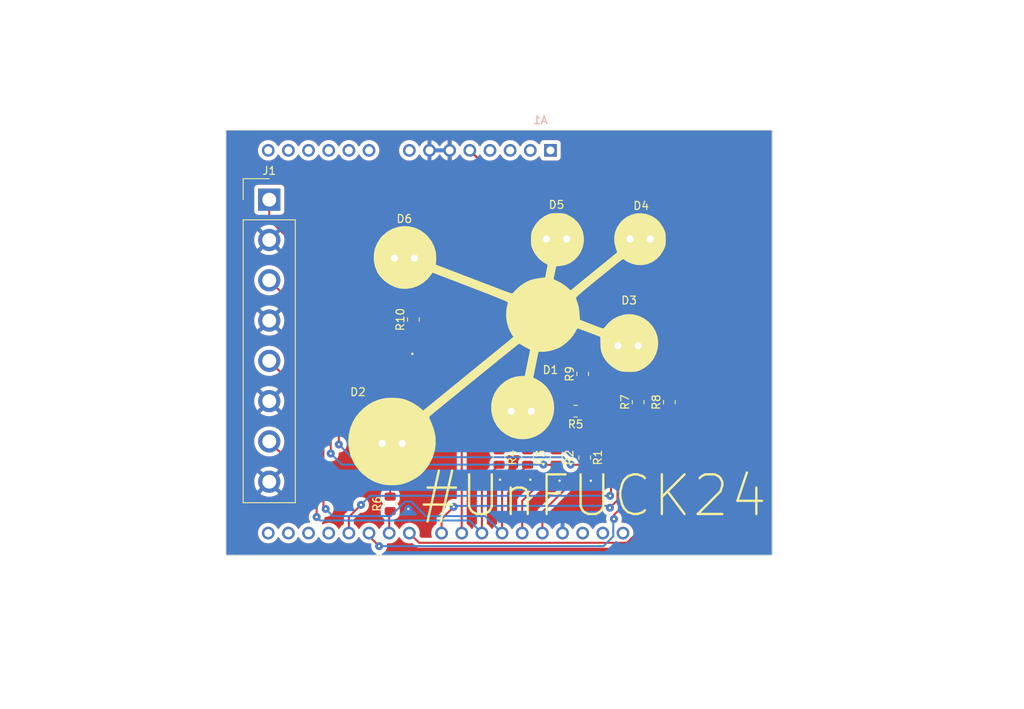
<source format=kicad_pcb>
(kicad_pcb (version 20221018) (generator pcbnew)
  (layers (0 "F.Cu" signal) (31 "B.Cu" signal) (34 "B.Paste" user) (35 "F.Paste" user) (36 "B.SilkS" user "B.Silkscreen") (37 "F.SilkS" user "F.Silkscreen") (38 "B.Mask" user) (39 "F.Mask" user) (44 "Edge.Cuts" user))
  (net 0 "")
  (net 5 "+5V")
  (net 6 "GND")
  (net 18 "LED_A")
  (net 19 "LED_B")
  (net 20 "LED_C")
  (net 21 "LED_D")
  (net 22 "LED_E")
  (net 23 "LED_F")
  (net 24 "A")
  (net 25 "B")
  (net 26 "C")
  (net 27 "D")
  (net 31 "Net-(D1-A)")
  (net 32 "Net-(D2-A)")
  (net 33 "Net-(D3-A)")
  (net 34 "Net-(D4-A)")
  (net 35 "Net-(D5-A)")
  (net 36 "Net-(D6-A)")
  (footprint "Resistor_SMD:R_0805_2012Metric" (layer "F.Cu") (at 100.711 100.584 90)
    (fp_text reference "R9" (at 0 -1.65 90) (layer "F.SilkS"))
    (fp_text value "400" hide)
    (fp_line (start -0.227064 -0.735) (end 0.227064 -0.735) (stroke (width 0.12)) (layer "F.SilkS"))
    (fp_line (start -0.227064 0.735) (end 0.227064 0.735) (stroke (width 0.12)) (layer "F.SilkS"))
    (pad "1" smd roundrect (at -0.9125 0 90) (size 1.025 1.4) (layers "F.Cu" "F.Paste" "F.Mask") (roundrect_rratio 0.243902439) (net 22 "LED_E"))
    (pad "2" smd roundrect (at 0.9125 0 90) (size 1.025 1.4) (layers "F.Cu" "F.Paste" "F.Mask") (roundrect_rratio 0.243902439) (net 35 "Net-(D5-A)"))
  )
  (footprint "LED_THT:LED_D3.0mm" (layer "F.Cu") (at 106.68 83.566)
    (fp_text reference "D4" (at 1.397 -4.191) (layer "F.SilkS"))
    (fp_text value "LED_blue" hide)
    (fp_line (start -0.29 -1.236) (end -0.29 -1.08) (stroke (width 0.12)) (layer "F.SilkS"))
    (fp_line (start -0.29 1.08) (end -0.29 1.236) (stroke (width 0.12)) (layer "F.SilkS"))
    (fp_arc (start -0.29 -1.235516) (mid 1.366487 -1.987659) (end 2.942335 -1.078608) (stroke (width 0.12)) (layer "F.SilkS"))
    (fp_arc (start 0.229039 -1.08) (mid 1.270117 -1.5) (end 2.31113 -1.079837) (stroke (width 0.12)) (layer "F.SilkS"))
    (fp_arc (start 2.31113 1.079837) (mid 1.270117 1.5) (end 0.229039 1.08) (stroke (width 0.12)) (layer "F.SilkS"))
    (fp_arc (start 2.942335 1.078608) (mid 1.366487 1.987659) (end -0.29 1.235516) (stroke (width 0.12)) (layer "F.SilkS"))
    (pad "1" thru_hole rect (at 0 0) (size 1.8 1.8) (drill 0.9) (layers "*.Cu" "*.Mask") (net 6 "GND"))
    (pad "2" thru_hole circle (at 2.54 0) (size 1.8 1.8) (drill 0.9) (layers "*.Cu" "*.Mask") (net 34 "Net-(D4-A)"))
  )
  (footprint "unfuck:Untitled" (layer "F.Cu") (at 91.186 97.409)
    (fp_text reference "G***" hide)
    (fp_text value "LOGO" hide)
    (fp_poly (pts (xy 6.722236 -17.103174) (xy 7.004046 -17.085777) (xy 7.225128 -17.045607) (xy 7.435213 -16.973519) (xy 7.684033 -16.86037) (xy 7.692114 -16.856487) (xy 8.347165 -16.461095) (xy 8.87967 -15.969339) (xy 9.282794 -15.392727) (xy 9.549704 -14.742768) (xy 9.673567 -14.030971) (xy 9.672818 -13.520708) (xy 9.553091 -12.845575) (xy 9.300769 -12.217082) (xy 8.933815 -11.654017) (xy 8.470189 -11.175167) (xy 7.927853 -10.799319) (xy 7.324768 -10.54526) (xy 6.72231 -10.434548) (xy 6.193199 -10.396552) (xy 6.020241 -9.592826) (xy 5.950294 -9.257491) (xy 5.898184 -8.98753) (xy 5.870128 -8.816471) (xy 5.868278 -8.773396) (xy 5.945161 -8.734074) (xy 6.131566 -8.643071) (xy 6.392293 -8.51752) (xy 6.490221 -8.470673) (xy 6.853856 -8.271201) (xy 7.231616 -8.023119) (xy 7.542255 -7.779819) (xy 7.544589 -7.777733) (xy 7.998011 -7.37181) (xy 10.909889 -9.746488) (xy 11.499113 -10.227025) (xy 12.049575 -10.675979) (xy 12.548978 -11.083321) (xy 12.985027 -11.439019) (xy 13.345425 -11.733042) (xy 13.617876 -11.955361) (xy 13.790085 -12.095944) (xy 13.849624 -12.144644) (xy 13.838522 -12.225574) (xy 13.781754 -12.41275) (xy 13.705012 -12.629088) (xy 13.519276 -13.339585) (xy 13.488485 -14.045345) (xy 13.608674 -14.728841) (xy 13.875875 -15.372544) (xy 14.286123 -15.958925) (xy 14.512014 -16.195296) (xy 15.069804 -16.626161) (xy 15.677721 -16.91673) (xy 16.315594 -17.070717) (xy 16.963251 -17.091836) (xy 17.600521 -16.983803) (xy 18.207234 -16.75033) (xy 18.763216 -16.395133) (xy 19.248298 -15.921926) (xy 19.642308 -15.334422) (xy 19.689737 -15.241881) (xy 19.828267 -14.952554) (xy 19.916285 -14.726949) (xy 19.965208 -14.511337) (xy 19.986452 -14.251992) (xy 19.991432 -13.895187) (xy 19.991483 -13.821767) (xy 19.988117 -13.443286) (xy 19.970408 -13.171304) (xy 19.92694 -12.952094) (xy 19.846297 -12.731929) (xy 19.717064 -12.457081) (xy 19.689737 -12.401653) (xy 19.308309 -11.794374) (xy 18.826898 -11.293936) (xy 18.265395 -10.910841) (xy 17.643691 -10.65559) (xy 16.981676 -10.538684) (xy 16.299243 -10.570624) (xy 16.240396 -10.580636) (xy 15.832532 -10.684608) (xy 15.415047 -10.841685) (xy 15.045691 -11.02702) (xy 14.797837 -11.201305) (xy 14.673554 -11.286264) (xy 14.551774 -11.266991) (xy 14.458539 -11.215008) (xy 14.357543 -11.141099) (xy 14.14597 -10.976609) (xy 13.837335 -10.732358) (xy 13.445153 -10.419166) (xy 12.982938 -10.047852) (xy 12.464206 -9.629237) (xy 11.902472 -9.174138) (xy 11.459237 -8.81388) (xy 10.773415 -8.254259) (xy 10.203833 -7.785977) (xy 9.741163 -7.400807) (xy 9.376076 -7.090521) (xy 9.099244 -6.846891) (xy 8.901341 -6.661689) (xy 8.773037 -6.526688) (xy 8.705005 -6.43366) (xy 8.687917 -6.374376) (xy 8.688641 -6.370032) (xy 8.73402 -6.211489) (xy 8.816264 -5.962283) (xy 8.898625 -5.729022) (xy 9.018216 -5.285892) (xy 9.100658 -4.732395) (xy 9.123977 -4.451137) (xy 9.174448 -3.654008) (xy 10.656783 -3.079156) (xy 11.161956 -2.883728) (xy 11.538651 -2.740969) (xy 11.807796 -2.64559) (xy 11.990316 -2.592303) (xy 12.10714 -2.575821) (xy 12.179194 -2.590855) (xy 12.227405 -2.632117) (xy 12.258605 -2.674391) (xy 12.754059 -3.256713) (xy 13.334154 -3.727894) (xy 13.976882 -4.078013) (xy 14.660238 -4.297146) (xy 15.362213 -4.375372) (xy 15.927955 -4.328872) (xy 16.651988 -4.128382) (xy 17.303966 -3.801141) (xy 17.871289 -3.364314) (xy 18.341356 -2.835066) (xy 18.701567 -2.230564) (xy 18.939323 -1.567972) (xy 19.042023 -0.864456) (xy 18.998495 -0.145754) (xy 18.797296 0.601246) (xy 18.458246 1.276225) (xy 17.99274 1.863976) (xy 17.412173 2.349291) (xy 16.916183 2.633055) (xy 16.645238 2.759078) (xy 16.431201 2.842217) (xy 16.227449 2.891284) (xy 15.987356 2.915088) (xy 15.664296 2.922443) (xy 15.384227 2.922569) (xy 14.941696 2.915948) (xy 14.614148 2.89441) (xy 14.356568 2.852027) (xy 14.12394 2.782871) (xy 14.018689 2.742753) (xy 13.571272 2.510404) (xy 13.108578 2.180732) (xy 12.687588 1.799448) (xy 12.371496 1.421375) (xy 12.074177 0.926135) (xy 11.881032 0.439288) (xy 11.776134 -0.092725) (xy 11.743708 -0.690071) (xy 11.738486 -1.500331) (xy 10.336278 -2.034199) (xy 9.892323 -2.202077) (xy 9.500413 -2.348086) (xy 9.184877 -2.463343) (xy 8.970042 -2.538962) (xy 8.880236 -2.566057) (xy 8.880064 -2.566053) (xy 8.819534 -2.498817) (xy 8.714752 -2.325302) (xy 8.599623 -2.10525) (xy 8.322521 -1.66048) (xy 7.936157 -1.19905) (xy 7.481298 -0.760622) (xy 6.99871 -0.384854) (xy 6.570347 -0.13105) (xy 6.015053 0.097624) (xy 5.421854 0.269151) (xy 4.84698 0.370254) (xy 4.368285 0.388937) (xy 3.966246 0.367339) (xy 3.629562 2.003715) (xy 3.529971 2.491466) (xy 3.443615 2.921561) (xy 3.375001 3.270952) (xy 3.328634 3.516591) (xy 3.309022 3.635428) (xy 3.309057 3.642915) (xy 3.383176 3.677251) (xy 3.559914 3.763799) (xy 3.765931 3.866304) (xy 4.414748 4.275445) (xy 4.955885 4.788117) (xy 5.384021 5.384548) (xy 5.693836 6.04497) (xy 5.880011 6.749612) (xy 5.937226 7.478704) (xy 5.860162 8.212475) (xy 5.643498 8.931157) (xy 5.303774 9.581525) (xy 4.822748 10.186776) (xy 4.246428 10.678859) (xy 3.595993 11.05107) (xy 2.89262 11.296705) (xy 2.15749 11.409057) (xy 1.411779 11.381424) (xy 0.676667 11.207101) (xy 0.446804 11.119105) (xy -0.242466 10.749564) (xy -0.824905 10.277175) (xy -1.296831 9.720236) (xy -1.654561 9.097047) (xy -1.894411 8.425907) (xy -2.012701 7.725115) (xy -2.005747 7.012969) (xy -1.869866 6.307769) (xy -1.601375 5.627813) (xy -1.196594 4.991401) (xy -0.862422 4.613514) (xy -0.249088 4.098639) (xy 0.413445 3.72682) (xy 1.112285 3.503954) (xy 1.711061 3.436314) (xy 2.220316 3.425271) (xy 2.553315 1.812793) (xy 2.653565 1.324403) (xy 2.74164 0.889679) (xy 2.81271 0.532929) (xy 2.861945 0.278458) (xy 2.884517 0.150574) (xy 2.885429 0.141296) (xy 2.818306 0.075779) (xy 2.652671 -0.013526) (xy 2.597923 -0.037481) (xy 2.359005 -0.155382) (xy 2.07748 -0.318896) (xy 1.946255 -0.403606) (xy 1.726904 -0.533958) (xy 1.551381 -0.606926) (xy 1.482567 -0.612123) (xy 1.410006 -0.558203) (xy 1.224105 -0.411727) (xy 0.93567 -0.181476) (xy 0.555507 0.123771) (xy 0.09442 0.495235) (xy -0.436785 0.924134) (xy -1.027302 1.40169) (xy -1.666325 1.919123) (xy -2.343051 2.467653) (xy -3.046672 3.0385) (xy -3.766384 3.622884) (xy -4.49138 4.212026) (xy -5.210857 4.797145) (xy -5.914007 5.369463) (xy -6.590026 5.920198) (xy -7.228109 6.440572) (xy -7.817449 6.921805) (xy -8.347241 7.355116) (xy -8.806681 7.731726) (xy -9.184961 8.042856) (xy -9.471278 8.279725) (xy -9.654826 8.433554) (xy -9.718578 8.489181) (xy -9.781944 8.560496) (xy -9.804048 8.64241) (xy -9.77772 8.767865) (xy -9.695793 8.969804) (xy -9.551097 9.28117) (xy -9.542115 9.300141) (xy -9.202039 10.195237) (xy -9.019297 11.102957) (xy -8.992828 12.011586) (xy -9.121572 12.909411) (xy -9.40447 13.784719) (xy -9.84046 14.625796) (xy -10.052868 14.943557) (xy -10.311105 15.270444) (xy -10.621522 15.61438) (xy -10.875687 15.862575) (xy -11.31128 16.194572) (xy -11.848439 16.51676) (xy -12.429636 16.800094) (xy -12.997341 17.015527) (xy -13.341009 17.107313) (xy -13.991247 17.197324) (xy -14.684813 17.215082) (xy -15.354508 17.16162) (xy -15.824921 17.069067) (xy -16.334765 16.919356) (xy -16.753267 16.757729) (xy -17.148286 16.553957) (xy -17.560036 16.296176) (xy -18.285785 15.723992) (xy -18.891064 15.057695) (xy -19.371694 14.313434) (xy -19.723495 13.507355) (xy -19.942289 12.655606) (xy -20.023896 11.774333) (xy -19.964137 10.879685) (xy -19.758834 9.987808) (xy -19.41358 9.134385) (xy -19.068229 8.571279) (xy -18.606924 8.008888) (xy -18.069317 7.486226) (xy -17.495063 7.042309) (xy -16.985094 6.744971) (xy -16.369312 6.476738) (xy -15.801096 6.301311) (xy -15.222369 6.206826) (xy -14.575054 6.181416) (xy -14.26246 6.188724) (xy -13.773935 6.216083) (xy -13.389892 6.26206) (xy -13.054858 6.33557) (xy -12.753315 6.431245) (xy -11.948723 6.784498) (xy -11.224154 7.24002) (xy -10.929926 7.47703) (xy -10.580168 7.782767) (xy -5.149863 3.356274) (xy -4.333448 2.690655) (xy -3.548595 2.050535) (xy -2.804755 1.443633) (xy -2.111376 0.87767) (xy -1.477908 0.360367) (xy -0.913801 -0.100555) (xy -0.428505 -0.497376) (xy -0.031468 -0.822375) (xy 0.267859 -1.067832) (xy 0.460027 -1.226026) (xy 0.530551 -1.284816) (xy 0.78066 -1.499413) (xy 0.522861 -1.908281) (xy 0.191404 -2.571085) (xy -0.029979 -3.311522) (xy -0.133133 -4.083639) (xy -0.109906 -4.841483) (xy -0.055509 -5.168139) (xy 0.008102 -5.461574) (xy 0.060921 -5.700078) (xy 0.091896 -5.833782) (xy 0.092547 -5.836333) (xy 0.041357 -5.882532) (xy -0.128299 -5.970583) (xy -0.420581 -6.102187) (xy -0.839651 -6.279044) (xy -1.389668 -6.502854) (xy -2.074794 -6.775318) (xy -2.899188 -7.098136) (xy -3.867012 -7.473007) (xy -4.640803 -7.770657) (xy -9.401796 -9.59767) (xy -9.59656 -9.305933) (xy -10.070705 -8.730598) (xy -10.645412 -8.256244) (xy -11.295286 -7.893677) (xy -11.99493 -7.653705) (xy -12.718946 -7.547133) (xy -13.441938 -7.584768) (xy -13.582036 -7.610114) (xy -14.240794 -7.813516) (xy -14.879554 -8.139614) (xy -15.464608 -8.563495) (xy -15.962244 -9.060245) (xy -16.338752 -9.604952) (xy -16.37522 -9.674381) (xy -16.664763 -10.412626) (xy -16.804496 -11.171699) (xy -16.797351 -11.931497) (xy -16.646257 -12.671917) (xy -16.354144 -13.372856) (xy -15.923943 -14.01421) (xy -15.70741 -14.256218) (xy -15.10769 -14.767025) (xy -14.447452 -15.139433) (xy -13.745852 -15.373589) (xy -13.022047 -15.469638) (xy -12.295193 -15.427728) (xy -11.584445 -15.248003) (xy -10.90896 -14.93061) (xy -10.287893 -14.475695) (xy -10.018767 -14.212847) (xy -9.527258 -13.579243) (xy -9.175796 -12.886132) (xy -8.970448 -12.15071) (xy -8.917279 -11.390171) (xy -8.934036 -11.137866) (xy -8.987047 -10.610005) (xy -5.8757 -9.419272) (xy -5.125643 -9.132133) (xy -4.352783 -8.836106) (xy -3.585675 -8.54214) (xy -2.85287 -8.26118) (xy -2.182922 -8.004175) (xy -1.604383 -7.782072) (xy -1.145806 -7.605818) (xy -1.130055 -7.599759) (xy -0.646971 -7.415522) (xy -0.211692 -7.252602) (xy 0.152716 -7.119381) (xy 0.423189 -7.02424) (xy 0.576662 -6.975562) (xy 0.600147 -6.970978) (xy 0.69842 -7.028251) (xy 0.858925 -7.177456) (xy 1.023394 -7.359189) (xy 1.391653 -7.725399) (xy 1.858329 -8.086666) (xy 2.36541 -8.403264) (xy 2.854882 -8.635469) (xy 2.924606 -8.661058) (xy 3.243206 -8.753253) (xy 3.642509 -8.841878) (xy 4.04355 -8.909719) (xy 4.098518 -8.91698) (xy 4.791674 -9.00451) (xy 4.924435 -9.690425) (xy 4.988408 -10.01574) (xy 5.04395 -10.288829) (xy 5.081939 -10.465163) (xy 5.0896 -10.49653) (xy 5.041206 -10.614355) (xy 4.844459 -10.744407) (xy 4.802937 -10.764303) (xy 4.348561 -11.04622) (xy 3.912148 -11.449212) (xy 3.530287 -11.935189) (xy 3.305941 -12.322613) (xy 3.17059 -12.604516) (xy 3.083366 -12.82486) (xy 3.033718 -13.034613) (xy 3.011095 -13.284741) (xy 3.004945 -13.62621) (xy 3.004732 -13.777548) (xy 3.008411 -14.17039) (xy 3.025651 -14.453273) (xy 3.065755 -14.676431) (xy 3.138027 -14.890102) (xy 3.251769 -15.144521) (xy 3.261826 -15.16579) (xy 3.632918 -15.771207) (xy 4.125359 -16.301508) (xy 4.705777 -16.723322) (xy 4.945883 -16.849847) (xy 5.205956 -16.96724) (xy 5.421528 -17.04226) (xy 5.643128 -17.084291) (xy 5.921286 -17.102721) (xy 6.306532 -17.106935) (xy 6.329969 -17.10694)) (fill solid) (layer "F.SilkS"))
  )
  (footprint "Connector_Samtec_HPM_THT:Samtec_HPM-08-01-x-S_Straight_1x08_Pitch5.08mm" (layer "F.Cu") (at 61.214 78.613)
    (fp_text reference "J1" (at 0 -3.65) (layer "F.SilkS"))
    (fp_text value "Conn_Buzzer" hide)
    (fp_line (start -3.285 -2.65) (end 0 -2.65) (stroke (width 0.12)) (layer "F.SilkS"))
    (fp_line (start -3.285 0) (end -3.285 -2.65) (stroke (width 0.12)) (layer "F.SilkS"))
    (fp_line (start -3.285 2.54) (end -3.285 38.21) (stroke (width 0.12)) (layer "F.SilkS"))
    (fp_line (start -3.285 2.54) (end 3.285 2.54) (stroke (width 0.12)) (layer "F.SilkS"))
    (fp_line (start -3.285 38.21) (end 3.285 38.21) (stroke (width 0.12)) (layer "F.SilkS"))
    (fp_line (start 3.285 2.54) (end 3.285 38.21) (stroke (width 0.12)) (layer "F.SilkS"))
    (pad "1" thru_hole rect (at 0 0) (size 2.8 2.8) (drill 1.75) (layers "*.Cu" "*.Mask") (net 27 "D"))
    (pad "2" thru_hole circle (at 0 5.08) (size 2.8 2.8) (drill 1.75) (layers "*.Cu" "*.Mask") (net 6 "GND"))
    (pad "3" thru_hole circle (at 0 10.16) (size 2.8 2.8) (drill 1.75) (layers "*.Cu" "*.Mask") (net 26 "C"))
    (pad "4" thru_hole circle (at 0 15.24) (size 2.8 2.8) (drill 1.75) (layers "*.Cu" "*.Mask") (net 6 "GND"))
    (pad "5" thru_hole circle (at 0 20.32) (size 2.8 2.8) (drill 1.75) (layers "*.Cu" "*.Mask") (net 25 "B"))
    (pad "6" thru_hole circle (at 0 25.4) (size 2.8 2.8) (drill 1.75) (layers "*.Cu" "*.Mask") (net 6 "GND"))
    (pad "7" thru_hole circle (at 0 30.48) (size 2.8 2.8) (drill 1.75) (layers "*.Cu" "*.Mask") (net 24 "A"))
    (pad "8" thru_hole circle (at 0 35.56) (size 2.8 2.8) (drill 1.75) (layers "*.Cu" "*.Mask") (net 6 "GND"))
  )
  (footprint "LED_THT:LED_D3.0mm" (layer "F.Cu") (at 96.139 83.566)
    (fp_text reference "D5" (at 1.27 -4.318) (layer "F.SilkS"))
    (fp_text value "LED_white" hide)
    (fp_line (start -0.29 -1.236) (end -0.29 -1.08) (stroke (width 0.12)) (layer "F.SilkS"))
    (fp_line (start -0.29 1.08) (end -0.29 1.236) (stroke (width 0.12)) (layer "F.SilkS"))
    (fp_arc (start -0.29 -1.235516) (mid 1.366487 -1.987659) (end 2.942335 -1.078608) (stroke (width 0.12)) (layer "F.SilkS"))
    (fp_arc (start 0.229039 -1.08) (mid 1.270117 -1.5) (end 2.31113 -1.079837) (stroke (width 0.12)) (layer "F.SilkS"))
    (fp_arc (start 2.31113 1.079837) (mid 1.270117 1.5) (end 0.229039 1.08) (stroke (width 0.12)) (layer "F.SilkS"))
    (fp_arc (start 2.942335 1.078608) (mid 1.366487 1.987659) (end -0.29 1.235516) (stroke (width 0.12)) (layer "F.SilkS"))
    (pad "1" thru_hole rect (at 0 0) (size 1.8 1.8) (drill 0.9) (layers "*.Cu" "*.Mask") (net 6 "GND"))
    (pad "2" thru_hole circle (at 2.54 0) (size 1.8 1.8) (drill 0.9) (layers "*.Cu" "*.Mask") (net 35 "Net-(D5-A)"))
  )
  (footprint "Resistor_SMD:R_0805_2012Metric" (layer "F.Cu") (at 97.366666 111.125 -90)
    (fp_text reference "R2" (at 0 -1.65 90) (layer "F.SilkS"))
    (fp_text value "10k" hide)
    (fp_line (start -0.227064 -0.735) (end 0.227064 -0.735) (stroke (width 0.12)) (layer "F.SilkS"))
    (fp_line (start -0.227064 0.735) (end 0.227064 0.735) (stroke (width 0.12)) (layer "F.SilkS"))
    (pad "1" smd roundrect (at -0.9125 0 270) (size 1.025 1.4) (layers "F.Cu" "F.Paste" "F.Mask") (roundrect_rratio 0.243902439) (net 5 "+5V"))
    (pad "2" smd roundrect (at 0.9125 0 270) (size 1.025 1.4) (layers "F.Cu" "F.Paste" "F.Mask") (roundrect_rratio 0.243902439) (net 26 "C"))
  )
  (footprint "Resistor_SMD:R_0805_2012Metric" (layer "F.Cu") (at 107.696 104.14 90)
    (fp_text reference "R7" (at 0 -1.65 90) (layer "F.SilkS"))
    (fp_text value "400" hide)
    (fp_line (start -0.227064 -0.735) (end 0.227064 -0.735) (stroke (width 0.12)) (layer "F.SilkS"))
    (fp_line (start -0.227064 0.735) (end 0.227064 0.735) (stroke (width 0.12)) (layer "F.SilkS"))
    (pad "1" smd roundrect (at -0.9125 0 90) (size 1.025 1.4) (layers "F.Cu" "F.Paste" "F.Mask") (roundrect_rratio 0.243902439) (net 19 "LED_B"))
    (pad "2" smd roundrect (at 0.9125 0 90) (size 1.025 1.4) (layers "F.Cu" "F.Paste" "F.Mask") (roundrect_rratio 0.243902439) (net 33 "Net-(D3-A)"))
  )
  (footprint "Resistor_SMD:R_0805_2012Metric" (layer "F.Cu") (at 100.965 111.125 -90)
    (fp_text reference "R1" (at 0 -1.65 90) (layer "F.SilkS"))
    (fp_text value "10k" hide)
    (fp_line (start -0.227064 -0.735) (end 0.227064 -0.735) (stroke (width 0.12)) (layer "F.SilkS"))
    (fp_line (start -0.227064 0.735) (end 0.227064 0.735) (stroke (width 0.12)) (layer "F.SilkS"))
    (pad "1" smd roundrect (at -0.9125 0 270) (size 1.025 1.4) (layers "F.Cu" "F.Paste" "F.Mask") (roundrect_rratio 0.243902439) (net 5 "+5V"))
    (pad "2" smd roundrect (at 0.9125 0 270) (size 1.025 1.4) (layers "F.Cu" "F.Paste" "F.Mask") (roundrect_rratio 0.243902439) (net 27 "D"))
  )
  (footprint "LED_THT:LED_D3.0mm" (layer "F.Cu") (at 91.694 105.283)
    (fp_text reference "D1" (at 4.953 -5.207) (layer "F.SilkS"))
    (fp_text value "LED_red" hide)
    (fp_line (start -0.29 -1.236) (end -0.29 -1.08) (stroke (width 0.12)) (layer "F.SilkS"))
    (fp_line (start -0.29 1.08) (end -0.29 1.236) (stroke (width 0.12)) (layer "F.SilkS"))
    (fp_arc (start -0.29 -1.235516) (mid 1.366487 -1.987659) (end 2.942335 -1.078608) (stroke (width 0.12)) (layer "F.SilkS"))
    (fp_arc (start 0.229039 -1.08) (mid 1.270117 -1.5) (end 2.31113 -1.079837) (stroke (width 0.12)) (layer "F.SilkS"))
    (fp_arc (start 2.31113 1.079837) (mid 1.270117 1.5) (end 0.229039 1.08) (stroke (width 0.12)) (layer "F.SilkS"))
    (fp_arc (start 2.942335 1.078608) (mid 1.366487 1.987659) (end -0.29 1.235516) (stroke (width 0.12)) (layer "F.SilkS"))
    (pad "1" thru_hole rect (at 0 0) (size 1.8 1.8) (drill 0.9) (layers "*.Cu" "*.Mask") (net 6 "GND"))
    (pad "2" thru_hole circle (at 2.54 0) (size 1.8 1.8) (drill 0.9) (layers "*.Cu" "*.Mask") (net 31 "Net-(D1-A)"))
  )
  (footprint "Resistor_SMD:R_0805_2012Metric" (layer "F.Cu") (at 76.454 116.967 90)
    (fp_text reference "R6" (at 0 -1.65 90) (layer "F.SilkS"))
    (fp_text value "400" hide)
    (fp_line (start -0.227064 -0.735) (end 0.227064 -0.735) (stroke (width 0.12)) (layer "F.SilkS"))
    (fp_line (start -0.227064 0.735) (end 0.227064 0.735) (stroke (width 0.12)) (layer "F.SilkS"))
    (pad "1" smd roundrect (at -0.9125 0 90) (size 1.025 1.4) (layers "F.Cu" "F.Paste" "F.Mask") (roundrect_rratio 0.243902439) (net 20 "LED_C"))
    (pad "2" smd roundrect (at 0.9125 0 90) (size 1.025 1.4) (layers "F.Cu" "F.Paste" "F.Mask") (roundrect_rratio 0.243902439) (net 32 "Net-(D2-A)"))
  )
  (footprint "Resistor_SMD:R_0805_2012Metric" (layer "F.Cu") (at 79.375 93.726 90)
    (fp_text reference "R10" (at 0 -1.65 90) (layer "F.SilkS"))
    (fp_text value "400" hide)
    (fp_line (start -0.227064 -0.735) (end 0.227064 -0.735) (stroke (width 0.12)) (layer "F.SilkS"))
    (fp_line (start -0.227064 0.735) (end 0.227064 0.735) (stroke (width 0.12)) (layer "F.SilkS"))
    (pad "1" smd roundrect (at -0.9125 0 90) (size 1.025 1.4) (layers "F.Cu" "F.Paste" "F.Mask") (roundrect_rratio 0.243902439) (net 23 "LED_F"))
    (pad "2" smd roundrect (at 0.9125 0 90) (size 1.025 1.4) (layers "F.Cu" "F.Paste" "F.Mask") (roundrect_rratio 0.243902439) (net 36 "Net-(D6-A)"))
  )
  (footprint "Resistor_SMD:R_0805_2012Metric" (layer "F.Cu") (at 99.822 105.283 180)
    (fp_text reference "R5" (at 0 -1.65) (layer "F.SilkS"))
    (fp_text value "300" hide)
    (fp_line (start -0.227064 -0.735) (end 0.227064 -0.735) (stroke (width 0.12)) (layer "F.SilkS"))
    (fp_line (start -0.227064 0.735) (end 0.227064 0.735) (stroke (width 0.12)) (layer "F.SilkS"))
    (pad "1" smd roundrect (at -0.9125 0 180) (size 1.025 1.4) (layers "F.Cu" "F.Paste" "F.Mask") (roundrect_rratio 0.243902439) (net 18 "LED_A"))
    (pad "2" smd roundrect (at 0.9125 0 180) (size 1.025 1.4) (layers "F.Cu" "F.Paste" "F.Mask") (roundrect_rratio 0.243902439) (net 31 "Net-(D1-A)"))
  )
  (footprint "LED_THT:LED_D3.0mm" (layer "F.Cu") (at 75.438 109.347)
    (fp_text reference "D2" (at -3.048 -6.477) (layer "F.SilkS"))
    (fp_text value "LED_green" hide)
    (fp_line (start -0.29 -1.236) (end -0.29 -1.08) (stroke (width 0.12)) (layer "F.SilkS"))
    (fp_line (start -0.29 1.08) (end -0.29 1.236) (stroke (width 0.12)) (layer "F.SilkS"))
    (fp_arc (start -0.29 -1.235516) (mid 1.366487 -1.987659) (end 2.942335 -1.078608) (stroke (width 0.12)) (layer "F.SilkS"))
    (fp_arc (start 0.229039 -1.08) (mid 1.270117 -1.5) (end 2.31113 -1.079837) (stroke (width 0.12)) (layer "F.SilkS"))
    (fp_arc (start 2.31113 1.079837) (mid 1.270117 1.5) (end 0.229039 1.08) (stroke (width 0.12)) (layer "F.SilkS"))
    (fp_arc (start 2.942335 1.078608) (mid 1.366487 1.987659) (end -0.29 1.235516) (stroke (width 0.12)) (layer "F.SilkS"))
    (pad "1" thru_hole rect (at 0 0) (size 1.8 1.8) (drill 0.9) (layers "*.Cu" "*.Mask") (net 6 "GND"))
    (pad "2" thru_hole circle (at 2.54 0) (size 1.8 1.8) (drill 0.9) (layers "*.Cu" "*.Mask") (net 32 "Net-(D2-A)"))
  )
  (footprint "LED_THT:LED_D3.0mm" (layer "F.Cu") (at 105.156 97.028)
    (fp_text reference "D3" (at 1.397 -5.715) (layer "F.SilkS"))
    (fp_text value "LED_yellow" hide)
    (fp_line (start -0.29 -1.236) (end -0.29 -1.08) (stroke (width 0.12)) (layer "F.SilkS"))
    (fp_line (start -0.29 1.08) (end -0.29 1.236) (stroke (width 0.12)) (layer "F.SilkS"))
    (fp_arc (start -0.29 -1.235516) (mid 1.366487 -1.987659) (end 2.942335 -1.078608) (stroke (width 0.12)) (layer "F.SilkS"))
    (fp_arc (start 0.229039 -1.08) (mid 1.270117 -1.5) (end 2.31113 -1.079837) (stroke (width 0.12)) (layer "F.SilkS"))
    (fp_arc (start 2.31113 1.079837) (mid 1.270117 1.5) (end 0.229039 1.08) (stroke (width 0.12)) (layer "F.SilkS"))
    (fp_arc (start 2.942335 1.078608) (mid 1.366487 1.987659) (end -0.29 1.235516) (stroke (width 0.12)) (layer "F.SilkS"))
    (pad "1" thru_hole rect (at 0 0) (size 1.8 1.8) (drill 0.9) (layers "*.Cu" "*.Mask") (net 6 "GND"))
    (pad "2" thru_hole circle (at 2.54 0) (size 1.8 1.8) (drill 0.9) (layers "*.Cu" "*.Mask") (net 33 "Net-(D3-A)"))
  )
  (footprint "Resistor_SMD:R_0805_2012Metric" (layer "F.Cu") (at 90.17 111.125 -90)
    (fp_text reference "R4" (at 0 -1.65 90) (layer "F.SilkS"))
    (fp_text value "10k" hide)
    (fp_line (start -0.227064 -0.735) (end 0.227064 -0.735) (stroke (width 0.12)) (layer "F.SilkS"))
    (fp_line (start -0.227064 0.735) (end 0.227064 0.735) (stroke (width 0.12)) (layer "F.SilkS"))
    (pad "1" smd roundrect (at -0.9125 0 270) (size 1.025 1.4) (layers "F.Cu" "F.Paste" "F.Mask") (roundrect_rratio 0.243902439) (net 5 "+5V"))
    (pad "2" smd roundrect (at 0.9125 0 270) (size 1.025 1.4) (layers "F.Cu" "F.Paste" "F.Mask") (roundrect_rratio 0.243902439) (net 24 "A"))
  )
  (footprint "Resistor_SMD:R_0805_2012Metric" (layer "F.Cu") (at 93.768333 111.125 -90)
    (fp_text reference "R3" (at 0 -1.65 90) (layer "F.SilkS"))
    (fp_text value "10k" hide)
    (fp_line (start -0.227064 -0.735) (end 0.227064 -0.735) (stroke (width 0.12)) (layer "F.SilkS"))
    (fp_line (start -0.227064 0.735) (end 0.227064 0.735) (stroke (width 0.12)) (layer "F.SilkS"))
    (pad "1" smd roundrect (at -0.9125 0 270) (size 1.025 1.4) (layers "F.Cu" "F.Paste" "F.Mask") (roundrect_rratio 0.243902439) (net 5 "+5V"))
    (pad "2" smd roundrect (at 0.9125 0 270) (size 1.025 1.4) (layers "F.Cu" "F.Paste" "F.Mask") (roundrect_rratio 0.243902439) (net 25 "B"))
  )
  (footprint "LED_THT:LED_D3.0mm" (layer "F.Cu") (at 76.962 85.979)
    (fp_text reference "D6" (at 1.27 -4.953) (layer "F.SilkS"))
    (fp_text value "LED_white" hide)
    (fp_line (start -0.29 -1.236) (end -0.29 -1.08) (stroke (width 0.12)) (layer "F.SilkS"))
    (fp_line (start -0.29 1.08) (end -0.29 1.236) (stroke (width 0.12)) (layer "F.SilkS"))
    (fp_arc (start -0.29 -1.235516) (mid 1.366487 -1.987659) (end 2.942335 -1.078608) (stroke (width 0.12)) (layer "F.SilkS"))
    (fp_arc (start 0.229039 -1.08) (mid 1.270117 -1.5) (end 2.31113 -1.079837) (stroke (width 0.12)) (layer "F.SilkS"))
    (fp_arc (start 2.31113 1.079837) (mid 1.270117 1.5) (end 0.229039 1.08) (stroke (width 0.12)) (layer "F.SilkS"))
    (fp_arc (start 2.942335 1.078608) (mid 1.366487 1.987659) (end -0.29 1.235516) (stroke (width 0.12)) (layer "F.SilkS"))
    (pad "1" thru_hole rect (at 0 0) (size 1.8 1.8) (drill 0.9) (layers "*.Cu" "*.Mask") (net 6 "GND"))
    (pad "2" thru_hole circle (at 2.54 0) (size 1.8 1.8) (drill 0.9) (layers "*.Cu" "*.Mask") (net 36 "Net-(D6-A)"))
  )
  (footprint "Resistor_SMD:R_0805_2012Metric" (layer "F.Cu") (at 111.633 104.14 90)
    (fp_text reference "R8" (at 0 -1.65 90) (layer "F.SilkS"))
    (fp_text value "300" hide)
    (fp_line (start -0.227064 -0.735) (end 0.227064 -0.735) (stroke (width 0.12)) (layer "F.SilkS"))
    (fp_line (start -0.227064 0.735) (end 0.227064 0.735) (stroke (width 0.12)) (layer "F.SilkS"))
    (pad "1" smd roundrect (at -0.9125 0 90) (size 1.025 1.4) (layers "F.Cu" "F.Paste" "F.Mask") (roundrect_rratio 0.243902439) (net 21 "LED_D"))
    (pad "2" smd roundrect (at 0.9125 0 90) (size 1.025 1.4) (layers "F.Cu" "F.Paste" "F.Mask") (roundrect_rratio 0.243902439) (net 34 "Net-(D4-A)"))
  )
  (footprint "Module:Arduino_UNO_R3" (layer "B.Cu") (at 96.647 72.39 180)
    (fp_text reference "A1" (at 1.27 3.81) (layer "B.SilkS") (effects (justify mirror)))
    (fp_text value "arduino")
    (pad "1" thru_hole rect (at 0 0 90) (size 1.6 1.6) (drill 1) (layers "*.Cu" "*.Mask"))
    (pad "2" thru_hole oval (at 2.54 0 90) (size 1.6 1.6) (drill 1) (layers "*.Cu" "*.Mask"))
    (pad "3" thru_hole oval (at 5.08 0 90) (size 1.6 1.6) (drill 1) (layers "*.Cu" "*.Mask"))
    (pad "4" thru_hole oval (at 7.62 0 90) (size 1.6 1.6) (drill 1) (layers "*.Cu" "*.Mask"))
    (pad "5" thru_hole oval (at 10.16 0 90) (size 1.6 1.6) (drill 1) (layers "*.Cu" "*.Mask") (net 5 "+5V"))
    (pad "6" thru_hole oval (at 12.7 0 90) (size 1.6 1.6) (drill 1) (layers "*.Cu" "*.Mask") (net 6 "GND"))
    (pad "7" thru_hole oval (at 15.24 0 90) (size 1.6 1.6) (drill 1) (layers "*.Cu" "*.Mask") (net 6 "GND"))
    (pad "8" thru_hole oval (at 17.78 0 90) (size 1.6 1.6) (drill 1) (layers "*.Cu" "*.Mask"))
    (pad "9" thru_hole oval (at 22.86 0 90) (size 1.6 1.6) (drill 1) (layers "*.Cu" "*.Mask"))
    (pad "10" thru_hole oval (at 25.4 0 90) (size 1.6 1.6) (drill 1) (layers "*.Cu" "*.Mask"))
    (pad "11" thru_hole oval (at 27.94 0 90) (size 1.6 1.6) (drill 1) (layers "*.Cu" "*.Mask"))
    (pad "12" thru_hole oval (at 30.48 0 90) (size 1.6 1.6) (drill 1) (layers "*.Cu" "*.Mask"))
    (pad "13" thru_hole oval (at 33.02 0 90) (size 1.6 1.6) (drill 1) (layers "*.Cu" "*.Mask"))
    (pad "14" thru_hole oval (at 35.56 0 90) (size 1.6 1.6) (drill 1) (layers "*.Cu" "*.Mask"))
    (pad "15" thru_hole oval (at 35.56 -48.26 90) (size 1.6 1.6) (drill 1) (layers "*.Cu" "*.Mask"))
    (pad "16" thru_hole oval (at 33.02 -48.26 90) (size 1.6 1.6) (drill 1) (layers "*.Cu" "*.Mask"))
    (pad "17" thru_hole oval (at 30.48 -48.26 90) (size 1.6 1.6) (drill 1) (layers "*.Cu" "*.Mask"))
    (pad "18" thru_hole oval (at 27.94 -48.26 90) (size 1.6 1.6) (drill 1) (layers "*.Cu" "*.Mask"))
    (pad "19" thru_hole oval (at 25.4 -48.26 90) (size 1.6 1.6) (drill 1) (layers "*.Cu" "*.Mask") (net 18 "LED_A"))
    (pad "20" thru_hole oval (at 22.86 -48.26 90) (size 1.6 1.6) (drill 1) (layers "*.Cu" "*.Mask") (net 19 "LED_B"))
    (pad "21" thru_hole oval (at 20.32 -48.26 90) (size 1.6 1.6) (drill 1) (layers "*.Cu" "*.Mask") (net 20 "LED_C"))
    (pad "22" thru_hole oval (at 17.78 -48.26 90) (size 1.6 1.6) (drill 1) (layers "*.Cu" "*.Mask") (net 21 "LED_D"))
    (pad "23" thru_hole oval (at 13.72 -48.26 90) (size 1.6 1.6) (drill 1) (layers "*.Cu" "*.Mask") (net 22 "LED_E"))
    (pad "24" thru_hole oval (at 11.18 -48.26 90) (size 1.6 1.6) (drill 1) (layers "*.Cu" "*.Mask") (net 23 "LED_F"))
    (pad "25" thru_hole oval (at 8.64 -48.26 90) (size 1.6 1.6) (drill 1) (layers "*.Cu" "*.Mask") (net 24 "A"))
    (pad "26" thru_hole oval (at 6.1 -48.26 90) (size 1.6 1.6) (drill 1) (layers "*.Cu" "*.Mask") (net 25 "B"))
    (pad "27" thru_hole oval (at 3.56 -48.26 90) (size 1.6 1.6) (drill 1) (layers "*.Cu" "*.Mask") (net 26 "C"))
    (pad "28" thru_hole oval (at 1.02 -48.26 90) (size 1.6 1.6) (drill 1) (layers "*.Cu" "*.Mask") (net 27 "D"))
    (pad "29" thru_hole oval (at -1.52 -48.26 90) (size 1.6 1.6) (drill 1) (layers "*.Cu" "*.Mask") (net 6 "GND"))
    (pad "30" thru_hole oval (at -4.06 -48.26 90) (size 1.6 1.6) (drill 1) (layers "*.Cu" "*.Mask"))
    (pad "31" thru_hole oval (at -6.6 -48.26 90) (size 1.6 1.6) (drill 1) (layers "*.Cu" "*.Mask"))
    (pad "32" thru_hole oval (at -9.14 -48.26 90) (size 1.6 1.6) (drill 1) (layers "*.Cu" "*.Mask"))
  )
  (gr_rect (start 55.753 69.85) (end 124.587 123.444) (stroke (width 0.1)) (fill none) (layer "Edge.Cuts"))
  (gr_text "#UnFUCK24" (at 80.01 118.872) (layer "F.SilkS") (effects (font (size 5 5) (thickness 0.3) bold) (justify left bottom)))
  (segment (start 93.768333 110.2125) (end 97.366666 110.2125) (width 0.25) (layer "F.Cu") (net 5))
  (segment (start 90.17 76.073) (end 86.487 72.39) (width 0.3) (layer "F.Cu") (net 5))
  (segment (start 97.366666 110.2125) (end 100.965 110.2125) (width 0.25) (layer "F.Cu") (net 5))
  (segment (start 90.17 110.2125) (end 90.17 76.073) (width 0.3) (layer "F.Cu") (net 5))
  (segment (start 93.768333 110.2125) (end 90.17 110.2125) (width 0.25) (layer "F.Cu") (net 5))
  (via (at 79.248 98.044) (size 1) (drill 0.3) (layers "F.Cu" "B.Cu") (net 6))
  (via (at 101.727 114.046) (size 1) (drill 0.3) (layers "F.Cu" "B.Cu") (net 6))
  (via (at 97.79 114.046) (size 1) (drill 0.3) (layers "F.Cu" "B.Cu") (net 6))
  (via (at 94.107 113.919) (size 1) (drill 0.3) (layers "F.Cu" "B.Cu") (net 6))
  (via (at 78.74 117.602) (size 1) (drill 0.3) (layers "F.Cu" "B.Cu") (net 6))
  (via (at 90.297 113.919) (size 1) (drill 0.3) (layers "F.Cu" "B.Cu") (net 6))
  (segment (start 104.267 115.851) (end 104.267 108.8155) (width 0.25) (layer "F.Cu") (net 18))
  (segment (start 71.247 120.65) (end 71.247 118.618) (width 0.25) (layer "F.Cu") (net 18))
  (segment (start 71.247 118.618) (end 72.771 117.094) (width 0.25) (layer "F.Cu") (net 18))
  (segment (start 104.167 115.951) (end 104.267 115.851) (width 0.25) (layer "F.Cu") (net 18))
  (segment (start 104.267 108.8155) (end 100.7345 105.283) (width 0.25) (layer "F.Cu") (net 18))
  (via (at 104.167 115.951) (size 1) (drill 0.3) (layers "F.Cu" "B.Cu") (net 18))
  (via (at 72.771 117.094) (size 1) (drill 0.3) (layers "F.Cu" "B.Cu") (net 18))
  (segment (start 104.167 115.951) (end 73.914 115.951) (width 0.25) (layer "B.Cu") (net 18))
  (segment (start 73.914 115.951) (end 72.771 117.094) (width 0.25) (layer "B.Cu") (net 18))
  (segment (start 104.648 118.364) (end 107.696 115.316) (width 0.25) (layer "F.Cu") (net 19))
  (segment (start 107.696 115.316) (end 107.696 105.0525) (width 0.25) (layer "F.Cu") (net 19))
  (segment (start 73.787 121.031) (end 75.057 122.301) (width 0.25) (layer "F.Cu") (net 19))
  (segment (start 73.787 120.65) (end 73.787 121.031) (width 0.25) (layer "F.Cu") (net 19))
  (segment (start 104.648 118.872) (end 104.648 118.364) (width 0.25) (layer "F.Cu") (net 19))
  (via (at 75.057 122.301) (size 1) (drill 0.3) (layers "F.Cu" "B.Cu") (net 19))
  (via (at 104.648 118.872) (size 1) (drill 0.3) (layers "F.Cu" "B.Cu") (net 19))
  (segment (start 104.562 118.958) (end 104.562 121.067412) (width 0.25) (layer "B.Cu") (net 19))
  (segment (start 104.562 121.067412) (end 103.328412 122.301) (width 0.25) (layer "B.Cu") (net 19))
  (segment (start 104.648 118.872) (end 104.562 118.958) (width 0.25) (layer "B.Cu") (net 19))
  (segment (start 103.328412 122.301) (end 75.057 122.301) (width 0.25) (layer "B.Cu") (net 19))
  (segment (start 76.327 118.0065) (end 76.454 117.8795) (width 0.25) (layer "F.Cu") (net 20))
  (segment (start 76.327 120.65) (end 76.327 118.0065) (width 0.25) (layer "F.Cu") (net 20))
  (segment (start 80.092 121.875) (end 106.294412 121.875) (width 0.25) (layer "F.Cu") (net 21))
  (segment (start 78.867 120.65) (end 80.092 121.875) (width 0.25) (layer "F.Cu") (net 21))
  (segment (start 106.294412 121.875) (end 111.633 116.536412) (width 0.25) (layer "F.Cu") (net 21))
  (segment (start 111.633 116.536412) (end 111.633 105.0525) (width 0.25) (layer "F.Cu") (net 21))
  (segment (start 82.927 118.876) (end 82.927 120.65) (width 0.25) (layer "F.Cu") (net 22))
  (segment (start 105.092 105.8775) (end 100.711 101.4965) (width 0.25) (layer "F.Cu") (net 22))
  (segment (start 104.134763 117.461036) (end 105.092 116.503799) (width 0.25) (layer "F.Cu") (net 22))
  (segment (start 84.455 117.348) (end 82.927 118.876) (width 0.25) (layer "F.Cu") (net 22))
  (segment (start 105.092 116.503799) (end 105.092 105.8775) (width 0.25) (layer "F.Cu") (net 22))
  (via (at 104.134763 117.461036) (size 1) (drill 0.3) (layers "F.Cu" "B.Cu") (net 22))
  (via (at 84.455 117.348) (size 1) (drill 0.3) (layers "F.Cu" "B.Cu") (net 22))
  (segment (start 84.455 117.348) (end 84.582 117.221) (width 0.25) (layer "B.Cu") (net 22))
  (segment (start 84.582 117.221) (end 103.894727 117.221) (width 0.25) (layer "B.Cu") (net 22))
  (segment (start 103.894727 117.221) (end 104.134763 117.461036) (width 0.25) (layer "B.Cu") (net 22))
  (segment (start 85.467 120.65) (end 85.467 100.7305) (width 0.25) (layer "F.Cu") (net 23))
  (segment (start 85.467 100.7305) (end 79.375 94.6385) (width 0.25) (layer "F.Cu") (net 23))
  (segment (start 88.007 114.2005) (end 90.17 112.0375) (width 0.25) (layer "F.Cu") (net 24))
  (segment (start 67.183 118.618) (end 67.183 115.062) (width 0.25) (layer "F.Cu") (net 24))
  (segment (start 88.007 120.65) (end 88.007 114.2005) (width 0.25) (layer "F.Cu") (net 24))
  (segment (start 67.183 115.062) (end 61.214 109.093) (width 0.25) (layer "F.Cu") (net 24))
  (via (at 67.183 118.618) (size 1) (drill 0.3) (layers "F.Cu" "B.Cu") (net 24))
  (segment (start 67.627 119.062) (end 67.183 118.618) (width 0.25) (layer "B.Cu") (net 24))
  (segment (start 88.007 120.65) (end 86.419 119.062) (width 0.25) (layer "B.Cu") (net 24))
  (segment (start 86.419 119.062) (end 67.627 119.062) (width 0.25) (layer "B.Cu") (net 24))
  (segment (start 68.036 117.312) (end 68.036 105.755) (width 0.25) (layer "F.Cu") (net 25))
  (segment (start 90.547 120.65) (end 90.547 115.258833) (width 0.25) (layer "F.Cu") (net 25))
  (segment (start 68.326 117.602) (end 68.036 117.312) (width 0.25) (layer "F.Cu") (net 25))
  (segment (start 90.547 115.258833) (end 93.768333 112.0375) (width 0.25) (layer "F.Cu") (net 25))
  (segment (start 68.036 105.755) (end 61.214 98.933) (width 0.25) (layer "F.Cu") (net 25))
  (via (at 68.326 117.602) (size 1) (drill 0.3) (layers "F.Cu" "B.Cu") (net 25))
  (segment (start 69.236 118.512) (end 76.521852 118.512) (width 0.25) (layer "B.Cu") (net 25))
  (segment (start 88.409 118.512) (end 90.547 120.65) (width 0.25) (layer "B.Cu") (net 25))
  (segment (start 80.958148 118.512) (end 88.409 118.512) (width 0.25) (layer "B.Cu") (net 25))
  (segment (start 78.356852 116.677) (end 79.123148 116.677) (width 0.25) (layer "B.Cu") (net 25))
  (segment (start 68.326 117.602) (end 69.236 118.512) (width 0.25) (layer "B.Cu") (net 25))
  (segment (start 76.521852 118.512) (end 78.356852 116.677) (width 0.25) (layer "B.Cu") (net 25))
  (segment (start 79.123148 116.677) (end 80.958148 118.512) (width 0.25) (layer "B.Cu") (net 25))
  (segment (start 97.366666 112.310334) (end 97.366666 112.0375) (width 0.25) (layer "F.Cu") (net 26))
  (segment (start 68.961 110.617) (end 68.961 96.52) (width 0.25) (layer "F.Cu") (net 26))
  (segment (start 95.7815 112.0375) (end 95.758 112.014) (width 0.25) (layer "F.Cu") (net 26))
  (segment (start 93.087 116.59) (end 97.366666 112.310334) (width 0.25) (layer "F.Cu") (net 26))
  (segment (start 97.366666 112.0375) (end 95.7815 112.0375) (width 0.25) (layer "F.Cu") (net 26))
  (segment (start 93.087 120.65) (end 93.087 116.59) (width 0.25) (layer "F.Cu") (net 26))
  (segment (start 68.961 96.52) (end 61.214 88.773) (width 0.25) (layer "F.Cu") (net 26))
  (via (at 68.961 110.617) (size 1) (drill 0.3) (layers "F.Cu" "B.Cu") (net 26))
  (via (at 95.758 112.014) (size 1) (drill 0.3) (layers "F.Cu" "B.Cu") (net 26))
  (segment (start 95.758 112.014) (end 70.358 112.014) (width 0.25) (layer "B.Cu") (net 26))
  (segment (start 70.358 112.014) (end 68.961 110.617) (width 0.25) (layer "B.Cu") (net 26))
  (segment (start 69.977 89.87506) (end 61.214 81.11206) (width 0.25) (layer "F.Cu") (net 27))
  (segment (start 99.2105 112.0375) (end 99.187 112.014) (width 0.25) (layer "F.Cu") (net 27))
  (segment (start 95.627 120.65) (end 95.627 117.987) (width 0.25) (layer "F.Cu") (net 27))
  (segment (start 69.977 109.474) (end 69.977 89.87506) (width 0.25) (layer "F.Cu") (net 27))
  (segment (start 95.627 117.987) (end 100.965 112.649) (width 0.25) (layer "F.Cu") (net 27))
  (segment (start 61.214 81.11206) (end 61.214 78.613) (width 0.25) (layer "F.Cu") (net 27))
  (segment (start 100.965 112.649) (end 100.965 112.0375) (width 0.25) (layer "F.Cu") (net 27))
  (segment (start 100.965 112.0375) (end 99.2105 112.0375) (width 0.25) (layer "F.Cu") (net 27))
  (via (at 69.977 109.474) (size 1) (drill 0.3) (layers "F.Cu" "B.Cu") (net 27))
  (via (at 99.187 112.014) (size 1) (drill 0.3) (layers "F.Cu" "B.Cu") (net 27))
  (segment (start 98.262 111.089) (end 71.592 111.089) (width 0.25) (layer "B.Cu") (net 27))
  (segment (start 99.187 112.014) (end 98.262 111.089) (width 0.25) (layer "B.Cu") (net 27))
  (segment (start 71.592 111.089) (end 69.977 109.474) (width 0.25) (layer "B.Cu") (net 27))
  (segment (start 94.234 105.283) (end 98.9095 105.283) (width 0.3) (layer "F.Cu") (net 31))
  (segment (start 76.454 110.871) (end 77.978 109.347) (width 0.25) (layer "F.Cu") (net 32))
  (segment (start 76.454 116.0545) (end 76.454 110.871) (width 0.25) (layer "F.Cu") (net 32))
  (segment (start 107.696 103.2275) (end 107.696 97.028) (width 0.25) (layer "F.Cu") (net 33))
  (segment (start 111.633 85.979) (end 109.22 83.566) (width 0.25) (layer "F.Cu") (net 34))
  (segment (start 111.633 103.2275) (end 111.633 85.979) (width 0.25) (layer "F.Cu") (net 34))
  (segment (start 100.711 99.6715) (end 100.711 85.598) (width 0.25) (layer "F.Cu") (net 35))
  (segment (start 100.711 85.598) (end 98.679 83.566) (width 0.25) (layer "F.Cu") (net 35))
  (segment (start 79.375 86.106) (end 79.502 85.979) (width 0.25) (layer "F.Cu") (net 36))
  (segment (start 79.375 92.8135) (end 79.375 86.106) (width 0.25) (layer "F.Cu") (net 36))
  (zone (net 6) (net_name "GND") (layer "F.Cu") (priority 1) (connect_pads (clearance 0.5)) (min_thickness 0.25) (fill yes (thermal_gap 0.5) (thermal_bridge_width 0.5))
    (polygon (pts (xy 39.22276 56.098097) (xy 156.31676 53.431097) (xy 146.15676 142.839097) (xy 27.28476 141.696097)))
  )
  (zone (net 6) (net_name "GND") (layer "B.Cu") (connect_pads (clearance 0.5)) (min_thickness 0.25) (fill yes (thermal_gap 0.5) (thermal_bridge_width 0.5))
    (polygon (pts (xy 55.245 60.96) (xy 146.939 60.706) (xy 148.463 135.636) (xy 50.038 135.636) (xy 51.054 127.381)))
  )
)
</source>
